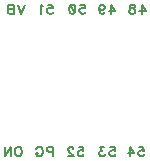
<source format=gbo>
G04 DipTrace 3.3.1.3*
G04 T41_castellated.gbo*
%MOIN*%
G04 #@! TF.FileFunction,Legend,Bot*
G04 #@! TF.Part,Single*
%ADD30C,0.007*%
%FSLAX26Y26*%
G04*
G70*
G90*
G75*
G01*
G04 BotSilk*
%LPD*%
X1075744Y1000841D2*
D30*
X1064270Y970697D1*
X1052796Y1000841D1*
X1038796D2*
Y970697D1*
X1025863D1*
X1021552Y972156D1*
X1020126Y973582D1*
X1018700Y976434D1*
Y980745D1*
X1020126Y983630D1*
X1021552Y985056D1*
X1025863Y986482D1*
X1021552Y987941D1*
X1020126Y989367D1*
X1018700Y992219D1*
Y995104D1*
X1020126Y997956D1*
X1021552Y999415D1*
X1025863Y1000841D1*
X1038796D1*
Y986482D2*
X1025863D1*
X1363533Y970697D2*
Y1000808D1*
X1377892Y980745D1*
X1356370D1*
X1323700Y990793D2*
X1325159Y986482D1*
X1328011Y983597D1*
X1332322Y982171D1*
X1333748D1*
X1338059Y983597D1*
X1340911Y986482D1*
X1342370Y990793D1*
Y992219D1*
X1340911Y996530D1*
X1338059Y999382D1*
X1333748Y1000808D1*
X1332322D1*
X1328011Y999382D1*
X1325159Y996530D1*
X1323700Y990793D1*
Y983597D1*
X1325159Y976434D1*
X1328011Y972123D1*
X1332322Y970697D1*
X1335174D1*
X1339485Y972123D1*
X1340911Y975008D1*
X1260681Y1000808D2*
X1275007D1*
X1276433Y987908D1*
X1275007Y989334D1*
X1270696Y990793D1*
X1266418D1*
X1262107Y989334D1*
X1259222Y986482D1*
X1257796Y982171D1*
Y979319D1*
X1259222Y975008D1*
X1262107Y972123D1*
X1266418Y970697D1*
X1270696D1*
X1275007Y972123D1*
X1276433Y973582D1*
X1277892Y976434D1*
X1235174Y1000808D2*
X1239485Y999382D1*
X1242370Y995071D1*
X1243796Y987908D1*
Y983597D1*
X1242370Y976434D1*
X1239485Y972123D1*
X1235174Y970697D1*
X1232322D1*
X1228011Y972123D1*
X1225159Y976434D1*
X1223700Y983597D1*
Y987908D1*
X1225159Y995071D1*
X1228011Y999382D1*
X1232322Y1000808D1*
X1235174D1*
X1225159Y995071D2*
X1242370Y976434D1*
X1152781Y1000808D2*
X1167107D1*
X1168533Y987908D1*
X1167107Y989334D1*
X1162796Y990793D1*
X1158518D1*
X1154207Y989334D1*
X1151322Y986482D1*
X1149896Y982171D1*
Y979319D1*
X1151322Y975008D1*
X1154207Y972123D1*
X1158518Y970697D1*
X1162796D1*
X1167107Y972123D1*
X1168533Y973582D1*
X1169992Y976434D1*
X1135896Y995071D2*
X1133011Y996530D1*
X1128700Y1000808D1*
Y970697D1*
X1464926D2*
Y1000808D1*
X1479285Y980745D1*
X1457763D1*
X1436600Y1000808D2*
X1440878Y999382D1*
X1442337Y996530D1*
Y993645D1*
X1440878Y990793D1*
X1438026Y989334D1*
X1432289Y987908D1*
X1427978Y986482D1*
X1425126Y983597D1*
X1423700Y980745D1*
Y976434D1*
X1425126Y973582D1*
X1426552Y972123D1*
X1430863Y970697D1*
X1436600D1*
X1440878Y972123D1*
X1442337Y973582D1*
X1443763Y976434D1*
Y980745D1*
X1442337Y983597D1*
X1439452Y986482D1*
X1435174Y987908D1*
X1429437Y989334D1*
X1426552Y990793D1*
X1425126Y993645D1*
Y996530D1*
X1426552Y999382D1*
X1430863Y1000808D1*
X1436600D1*
X1057122Y525841D2*
X1060007Y524415D1*
X1062859Y521530D1*
X1064318Y518678D1*
X1065744Y514367D1*
Y507171D1*
X1064318Y502893D1*
X1062859Y500008D1*
X1060007Y497156D1*
X1057122Y495697D1*
X1051385D1*
X1048533Y497156D1*
X1045648Y500008D1*
X1044222Y502893D1*
X1042796Y507171D1*
Y514367D1*
X1044222Y518678D1*
X1045648Y521530D1*
X1048533Y524415D1*
X1051385Y525841D1*
X1057122D1*
X1008700D2*
Y495697D1*
X1028796Y525841D1*
Y495697D1*
X1360681Y525808D2*
X1375007D1*
X1376433Y512908D1*
X1375007Y514334D1*
X1370696Y515793D1*
X1366418D1*
X1362107Y514334D1*
X1359222Y511482D1*
X1357796Y507171D1*
Y504319D1*
X1359222Y500008D1*
X1362107Y497123D1*
X1366418Y495697D1*
X1370696D1*
X1375007Y497123D1*
X1376433Y498582D1*
X1377892Y501434D1*
X1340911Y525808D2*
X1325159D1*
X1333748Y514334D1*
X1329437D1*
X1326585Y512908D1*
X1325159Y511482D1*
X1323700Y507171D1*
Y504319D1*
X1325159Y500008D1*
X1328011Y497123D1*
X1332322Y495697D1*
X1336633D1*
X1340911Y497123D1*
X1342337Y498582D1*
X1343796Y501434D1*
X1255681Y525808D2*
X1270007D1*
X1271433Y512908D1*
X1270007Y514334D1*
X1265696Y515793D1*
X1261418D1*
X1257107Y514334D1*
X1254222Y511482D1*
X1252796Y507171D1*
Y504319D1*
X1254222Y500008D1*
X1257107Y497123D1*
X1261418Y495697D1*
X1265696D1*
X1270007Y497123D1*
X1271433Y498582D1*
X1272892Y501434D1*
X1237337Y518645D2*
Y520071D1*
X1235911Y522956D1*
X1234485Y524382D1*
X1231600Y525808D1*
X1225863D1*
X1223011Y524382D1*
X1221585Y522956D1*
X1220126Y520071D1*
Y517219D1*
X1221585Y514334D1*
X1224437Y510056D1*
X1238796Y495697D1*
X1218700D1*
X1169318Y510056D2*
X1156385D1*
X1152107Y511482D1*
X1150648Y512941D1*
X1149222Y515793D1*
Y520104D1*
X1150648Y522956D1*
X1152107Y524415D1*
X1156385Y525841D1*
X1169318D1*
Y495697D1*
X1113700Y518678D2*
X1115126Y521530D1*
X1118011Y524415D1*
X1120863Y525841D1*
X1126600D1*
X1129485Y524415D1*
X1132337Y521530D1*
X1133796Y518678D1*
X1135222Y514367D1*
Y507171D1*
X1133796Y502893D1*
X1132337Y500008D1*
X1129485Y497156D1*
X1126600Y495697D1*
X1120863D1*
X1118011Y497156D1*
X1115126Y500008D1*
X1113700Y502893D1*
Y507171D1*
X1120863D1*
X1457107Y525808D2*
X1471433D1*
X1472859Y512908D1*
X1471433Y514334D1*
X1467122Y515793D1*
X1462844D1*
X1458533Y514334D1*
X1455648Y511482D1*
X1454222Y507171D1*
Y504319D1*
X1455648Y500008D1*
X1458533Y497123D1*
X1462844Y495697D1*
X1467122D1*
X1471433Y497123D1*
X1472859Y498582D1*
X1474318Y501434D1*
X1425863Y495697D2*
Y525808D1*
X1440222Y505745D1*
X1418700D1*
M02*

</source>
